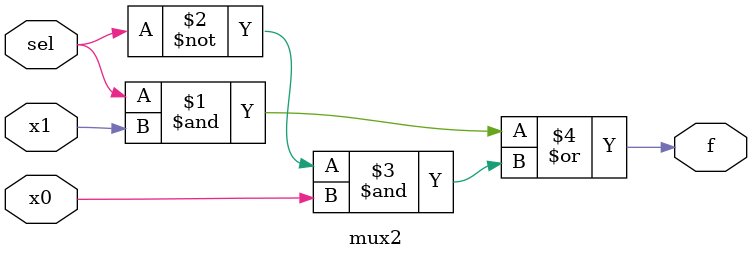
<source format=v>

module mux2(
  input sel, x0, x1,
  output f);
  assign f = sel & x1 | ~sel & x0;
endmodule

</source>
